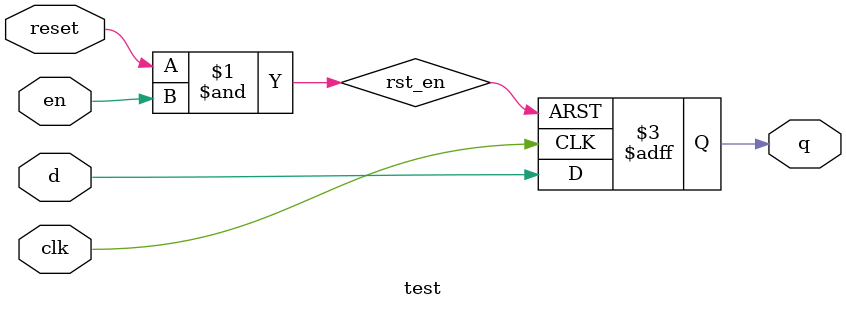
<source format=v>
module test (q, clk, en, reset, d);
  output q;
  input clk, en, reset, d;
  reg q;
  wire clk, en, reset, d;
  wire rst_en;
and U_and_1(rst_en, reset, en);
always @( posedge clk or posedge rst_en )
if (rst_en )
q <= 1'b0;
else
q <= d;
endmodule


</source>
